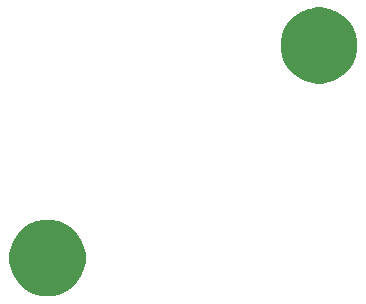
<source format=gbr>
G04 #@! TF.GenerationSoftware,KiCad,Pcbnew,(5.1.4)-1*
G04 #@! TF.CreationDate,2021-01-17T18:18:24-03:30*
G04 #@! TF.ProjectId,RGB_Breakout,5247425f-4272-4656-916b-6f75742e6b69,V1.0*
G04 #@! TF.SameCoordinates,Original*
G04 #@! TF.FileFunction,Soldermask,Bot*
G04 #@! TF.FilePolarity,Negative*
%FSLAX46Y46*%
G04 Gerber Fmt 4.6, Leading zero omitted, Abs format (unit mm)*
G04 Created by KiCad (PCBNEW (5.1.4)-1) date 2021-01-17 18:18:24*
%MOMM*%
%LPD*%
G04 APERTURE LIST*
%ADD10C,0.100000*%
G04 APERTURE END LIST*
D10*
G36*
X53879818Y-143286961D02*
G01*
X54440818Y-143398550D01*
X55027801Y-143641687D01*
X55556068Y-143994664D01*
X56005336Y-144443932D01*
X56358313Y-144972199D01*
X56601450Y-145559182D01*
X56725400Y-146182327D01*
X56725400Y-146817673D01*
X56601450Y-147440818D01*
X56358313Y-148027801D01*
X56005336Y-148556068D01*
X55556068Y-149005336D01*
X55027801Y-149358313D01*
X54440818Y-149601450D01*
X53879818Y-149713039D01*
X53817674Y-149725400D01*
X53182326Y-149725400D01*
X53120182Y-149713039D01*
X52559182Y-149601450D01*
X51972199Y-149358313D01*
X51443932Y-149005336D01*
X50994664Y-148556068D01*
X50641687Y-148027801D01*
X50398550Y-147440818D01*
X50274600Y-146817673D01*
X50274600Y-146182327D01*
X50398550Y-145559182D01*
X50641687Y-144972199D01*
X50994664Y-144443932D01*
X51443932Y-143994664D01*
X51972199Y-143641687D01*
X52559182Y-143398550D01*
X53120182Y-143286961D01*
X53182326Y-143274600D01*
X53817674Y-143274600D01*
X53879818Y-143286961D01*
X53879818Y-143286961D01*
G37*
G36*
X76879818Y-125286961D02*
G01*
X77440818Y-125398550D01*
X78027801Y-125641687D01*
X78556068Y-125994664D01*
X79005336Y-126443932D01*
X79358313Y-126972199D01*
X79601450Y-127559182D01*
X79725400Y-128182327D01*
X79725400Y-128817673D01*
X79601450Y-129440818D01*
X79358313Y-130027801D01*
X79005336Y-130556068D01*
X78556068Y-131005336D01*
X78027801Y-131358313D01*
X77440818Y-131601450D01*
X76879818Y-131713039D01*
X76817674Y-131725400D01*
X76182326Y-131725400D01*
X76120182Y-131713039D01*
X75559182Y-131601450D01*
X74972199Y-131358313D01*
X74443932Y-131005336D01*
X73994664Y-130556068D01*
X73641687Y-130027801D01*
X73398550Y-129440818D01*
X73274600Y-128817673D01*
X73274600Y-128182327D01*
X73398550Y-127559182D01*
X73641687Y-126972199D01*
X73994664Y-126443932D01*
X74443932Y-125994664D01*
X74972199Y-125641687D01*
X75559182Y-125398550D01*
X76120182Y-125286961D01*
X76182326Y-125274600D01*
X76817674Y-125274600D01*
X76879818Y-125286961D01*
X76879818Y-125286961D01*
G37*
M02*

</source>
